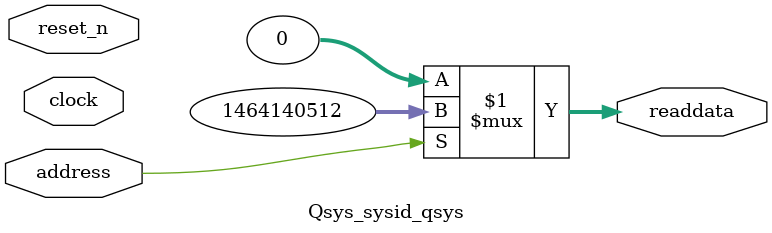
<source format=v>



// synthesis translate_off
`timescale 1ns / 1ps
// synthesis translate_on

// turn off superfluous verilog processor warnings 
// altera message_level Level1 
// altera message_off 10034 10035 10036 10037 10230 10240 10030 

module Qsys_sysid_qsys (
               // inputs:
                address,
                clock,
                reset_n,

               // outputs:
                readdata
             )
;

  output  [ 31: 0] readdata;
  input            address;
  input            clock;
  input            reset_n;

  wire    [ 31: 0] readdata;
  //control_slave, which is an e_avalon_slave
  assign readdata = address ? 1464140512 : 0;

endmodule




</source>
